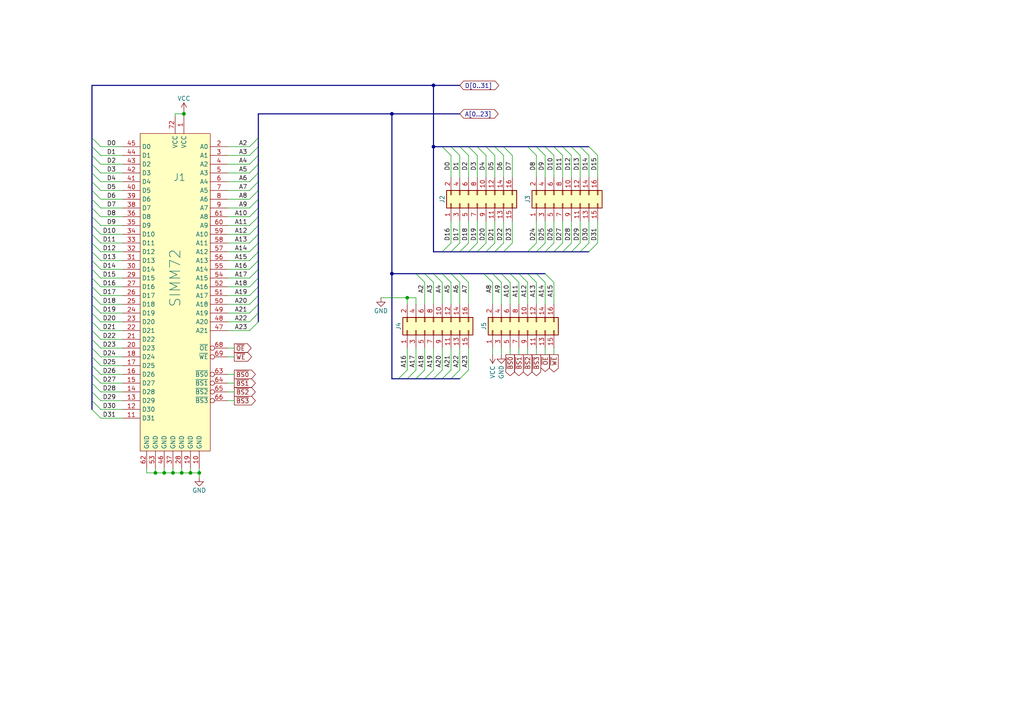
<source format=kicad_sch>
(kicad_sch (version 20230121) (generator eeschema)
  (paper "A4")
  (title_block (title "Raven SIMM breakout") (date "2023") (rev "A0") (company "Licensed under CERN-OHL-P v2") (comment 1 "Anders Granlund") (comment 4 "PCB depth : 1.2mm"))
  (lib_symbols
    (symbol "68k:SIMM72-Raven"
      (property "Reference" "J" (at 0 29.21 0))
      (property "Value" "SIMM72" (at 1.27 0 90))
      (symbol "SIMM72-Raven_1_1"
        (rectangle (start -8.89 41.91) (end 11.43 -50.165) (fill (type background)))
        (pin power_in line (at -1.27 46.99 270) (length 5.08) (name "VCC") (number "1"))
        (pin power_in line (at -5.715 -55.245 90) (length 5.08) (name "GND") (number "10"))
        (pin bidirectional line (at 16.51 -40.64 180) (length 5.08) (name "D31") (number "11"))
        (pin bidirectional line (at 16.51 -38.1 180) (length 5.08) (name "D30") (number "12"))
        (pin bidirectional line (at 16.51 -35.56 180) (length 5.08) (name "D29") (number "13"))
        (pin bidirectional line (at 16.51 -33.02 180) (length 5.08) (name "D28") (number "14"))
        (pin bidirectional line (at 16.51 -30.48 180) (length 5.08) (name "D27") (number "15"))
        (pin bidirectional line (at 16.51 -27.94 180) (length 5.08) (name "D26") (number "16"))
        (pin bidirectional line (at 16.51 -25.4 180) (length 5.08) (name "D25") (number "17"))
        (pin bidirectional line (at 16.51 -22.86 180) (length 5.08) (name "D24") (number "18"))
        (pin power_in line (at -3.175 -55.245 90) (length 5.08) (name "GND") (number "19"))
        (pin input line (at -13.97 38.1 0) (length 5.08) (name "A0") (number "2"))
        (pin bidirectional line (at 16.51 -20.32 180) (length 5.08) (name "D23") (number "20"))
        (pin bidirectional line (at 16.51 -17.78 180) (length 5.08) (name "D22") (number "21"))
        (pin bidirectional line (at 16.51 -15.24 180) (length 5.08) (name "D21") (number "22"))
        (pin bidirectional line (at 16.51 -12.7 180) (length 5.08) (name "D20") (number "23"))
        (pin bidirectional line (at 16.51 -10.16 180) (length 5.08) (name "D19") (number "24"))
        (pin bidirectional line (at 16.51 -7.62 180) (length 5.08) (name "D18") (number "25"))
        (pin bidirectional line (at 16.51 -5.08 180) (length 5.08) (name "D17") (number "26"))
        (pin bidirectional line (at 16.51 -2.54 180) (length 5.08) (name "D16") (number "27"))
        (pin power_in line (at -0.635 -55.245 90) (length 5.08) (name "GND") (number "28"))
        (pin bidirectional line (at 16.51 0 180) (length 5.08) (name "D15") (number "29"))
        (pin input line (at -13.97 35.56 0) (length 5.08) (name "A1") (number "3"))
        (pin bidirectional line (at 16.51 2.54 180) (length 5.08) (name "D14") (number "30"))
        (pin bidirectional line (at 16.51 5.08 180) (length 5.08) (name "D13") (number "31"))
        (pin bidirectional line (at 16.51 7.62 180) (length 5.08) (name "D12") (number "32"))
        (pin bidirectional line (at 16.51 10.16 180) (length 5.08) (name "D11") (number "33"))
        (pin bidirectional line (at 16.51 12.7 180) (length 5.08) (name "D10") (number "34"))
        (pin bidirectional line (at 16.51 15.24 180) (length 5.08) (name "D9") (number "35"))
        (pin bidirectional line (at 16.51 17.78 180) (length 5.08) (name "D8") (number "36"))
        (pin power_in line (at 1.905 -55.245 90) (length 5.08) (name "GND") (number "37"))
        (pin bidirectional line (at 16.51 20.32 180) (length 5.08) (name "D7") (number "38"))
        (pin bidirectional line (at 16.51 22.86 180) (length 5.08) (name "D6") (number "39"))
        (pin input line (at -13.97 33.02 0) (length 5.08) (name "A2") (number "4"))
        (pin bidirectional line (at 16.51 25.4 180) (length 5.08) (name "D5") (number "40"))
        (pin bidirectional line (at 16.51 27.94 180) (length 5.08) (name "D4") (number "41"))
        (pin bidirectional line (at 16.51 30.48 180) (length 5.08) (name "D3") (number "42"))
        (pin bidirectional line (at 16.51 33.02 180) (length 5.08) (name "D2") (number "43"))
        (pin bidirectional line (at 16.51 35.56 180) (length 5.08) (name "D1") (number "44"))
        (pin bidirectional line (at 16.51 38.1 180) (length 5.08) (name "D0") (number "45"))
        (pin power_in line (at 4.445 -55.245 90) (length 5.08) (name "GND") (number "46"))
        (pin input line (at -13.97 -15.24 0) (length 5.08) (name "A21") (number "47"))
        (pin input line (at -13.97 -12.7 0) (length 5.08) (name "A20") (number "48"))
        (pin input line (at -13.97 -10.16 0) (length 5.08) (name "A19") (number "49"))
        (pin input line (at -13.97 30.48 0) (length 5.08) (name "A3") (number "5"))
        (pin input line (at -13.97 -7.62 0) (length 5.08) (name "A18") (number "50"))
        (pin input line (at -13.97 -5.08 0) (length 5.08) (name "A17") (number "51"))
        (pin input line (at -13.97 -2.54 0) (length 5.08) (name "A16") (number "52"))
        (pin power_in line (at 6.985 -55.245 90) (length 5.08) (name "GND") (number "53"))
        (pin input line (at -13.97 0 0) (length 5.08) (name "A15") (number "54"))
        (pin input line (at -13.97 2.54 0) (length 5.08) (name "A14") (number "55"))
        (pin input line (at -13.97 5.08 0) (length 5.08) (name "A13") (number "56"))
        (pin input line (at -13.97 7.62 0) (length 5.08) (name "A12") (number "57"))
        (pin input line (at -13.97 10.16 0) (length 5.08) (name "A11") (number "58"))
        (pin input line (at -13.97 12.7 0) (length 5.08) (name "A10") (number "59"))
        (pin input line (at -13.97 27.94 0) (length 5.08) (name "A4") (number "6"))
        (pin input line (at -13.97 15.24 0) (length 5.08) (name "A9") (number "60"))
        (pin input line (at -13.97 17.78 0) (length 5.08) (name "A8") (number "61"))
        (pin power_in line (at 9.525 -55.245 90) (length 5.08) (name "GND") (number "62"))
        (pin input inverted (at -13.97 -27.94 0) (length 5.08) (name "~{BS0}") (number "63"))
        (pin input inverted (at -13.97 -30.48 0) (length 5.08) (name "~{BS1}") (number "64"))
        (pin input inverted (at -13.97 -33.02 0) (length 5.08) (name "~{BS2}") (number "65"))
        (pin input inverted (at -13.97 -35.56 0) (length 5.08) (name "~{BS3}") (number "66"))
        (pin no_connect inverted (at -8.89 -39.37 180) (length 5.08) hide (name "nc") (number "67"))
        (pin input inverted (at -13.97 -20.32 0) (length 5.08) (name "~{OE}") (number "68"))
        (pin input inverted (at -13.97 -22.86 0) (length 5.08) (name "~{WE}") (number "69"))
        (pin input line (at -13.97 25.4 0) (length 5.08) (name "A5") (number "7"))
        (pin no_connect line (at -8.89 -41.91 180) (length 5.08) hide (name "nc") (number "70"))
        (pin no_connect line (at -8.89 -44.45 180) (length 5.08) hide (name "nc") (number "71"))
        (pin power_in line (at 1.27 46.99 270) (length 5.08) (name "VCC") (number "72"))
        (pin input line (at -13.97 22.86 0) (length 5.08) (name "A6") (number "8"))
        (pin input line (at -13.97 20.32 0) (length 5.08) (name "A7") (number "9"))
      )
    )
    (symbol "Connector_Generic:Conn_02x08_Odd_Even" (pin_names (offset 1.016) hide)
      (property "Reference" "J" (at 1.27 10.16 0))
      (property "Value" "Conn_02x08_Odd_Even" (at 1.27 -12.7 0))
      (symbol "Conn_02x08_Odd_Even_1_1"
        (rectangle (start -1.27 -10.033) (end 0 -10.287) (stroke (width 0.1524)))
        (rectangle (start -1.27 -7.493) (end 0 -7.747) (stroke (width 0.1524)))
        (rectangle (start -1.27 -4.953) (end 0 -5.207) (stroke (width 0.1524)))
        (rectangle (start -1.27 -2.413) (end 0 -2.667) (stroke (width 0.1524)))
        (rectangle (start -1.27 0.127) (end 0 -0.127) (stroke (width 0.1524)))
        (rectangle (start -1.27 2.667) (end 0 2.413) (stroke (width 0.1524)))
        (rectangle (start -1.27 5.207) (end 0 4.953) (stroke (width 0.1524)))
        (rectangle (start -1.27 7.747) (end 0 7.493) (stroke (width 0.1524)))
        (rectangle (start -1.27 8.89) (end 3.81 -11.43) (stroke (width 0.254)) (fill (type background)))
        (rectangle (start 3.81 -10.033) (end 2.54 -10.287) (stroke (width 0.1524)))
        (rectangle (start 3.81 -7.493) (end 2.54 -7.747) (stroke (width 0.1524)))
        (rectangle (start 3.81 -4.953) (end 2.54 -5.207) (stroke (width 0.1524)))
        (rectangle (start 3.81 -2.413) (end 2.54 -2.667) (stroke (width 0.1524)))
        (rectangle (start 3.81 0.127) (end 2.54 -0.127) (stroke (width 0.1524)))
        (rectangle (start 3.81 2.667) (end 2.54 2.413) (stroke (width 0.1524)))
        (rectangle (start 3.81 5.207) (end 2.54 4.953) (stroke (width 0.1524)))
        (rectangle (start 3.81 7.747) (end 2.54 7.493) (stroke (width 0.1524)))
        (pin passive line (at -5.08 7.62 0) (length 3.81) (name "Pin_1") (number "1"))
        (pin passive line (at 7.62 -2.54 180) (length 3.81) (name "Pin_10") (number "10"))
        (pin passive line (at -5.08 -5.08 0) (length 3.81) (name "Pin_11") (number "11"))
        (pin passive line (at 7.62 -5.08 180) (length 3.81) (name "Pin_12") (number "12"))
        (pin passive line (at -5.08 -7.62 0) (length 3.81) (name "Pin_13") (number "13"))
        (pin passive line (at 7.62 -7.62 180) (length 3.81) (name "Pin_14") (number "14"))
        (pin passive line (at -5.08 -10.16 0) (length 3.81) (name "Pin_15") (number "15"))
        (pin passive line (at 7.62 -10.16 180) (length 3.81) (name "Pin_16") (number "16"))
        (pin passive line (at 7.62 7.62 180) (length 3.81) (name "Pin_2") (number "2"))
        (pin passive line (at -5.08 5.08 0) (length 3.81) (name "Pin_3") (number "3"))
        (pin passive line (at 7.62 5.08 180) (length 3.81) (name "Pin_4") (number "4"))
        (pin passive line (at -5.08 2.54 0) (length 3.81) (name "Pin_5") (number "5"))
        (pin passive line (at 7.62 2.54 180) (length 3.81) (name "Pin_6") (number "6"))
        (pin passive line (at -5.08 0 0) (length 3.81) (name "Pin_7") (number "7"))
        (pin passive line (at 7.62 0 180) (length 3.81) (name "Pin_8") (number "8"))
        (pin passive line (at -5.08 -2.54 0) (length 3.81) (name "Pin_9") (number "9"))
      )
    )
    (symbol "power:GND" (power) (pin_names (offset 0))
      (property "Value" "GND" (at 0 -3.81 0))
      (symbol "GND_0_1"
        (polyline (pts (xy 0 0) (xy 0 -1.27) (xy 1.27 -1.27) (xy 0 -2.54) (xy -1.27 -1.27) (xy 0 -1.27)))
      )
      (symbol "GND_1_1"
        (pin power_in line (at 0 0 270) (length 0) hide (name "GND") (number "1"))
      )
    )
    (symbol "power:VCC" (power) (pin_names (offset 0))
      (property "Value" "VCC" (at 0 3.81 0))
      (symbol "VCC_0_1"
        (polyline (pts (xy -0.762 1.27) (xy 0 2.54)))
        (polyline (pts (xy 0 0) (xy 0 2.54)))
        (polyline (pts (xy 0 2.54) (xy 0.762 1.27)))
      )
      (symbol "VCC_1_1"
        (pin power_in line (at 0 0 90) (length 0) hide (name "VCC") (number "1"))
      )
    )
  )
  (junction (at 55.245 137.16))
  (junction (at 45.085 137.16))
  (junction (at 113.665 33.02))
  (junction (at 47.625 137.16))
  (junction (at 125.73 24.765))
  (junction (at 50.165 137.16))
  (junction (at 118.11 86.36))
  (junction (at 57.785 137.16))
  (junction (at 52.705 137.16))
  (junction (at 113.665 79.375))
  (junction (at 53.34 33.02))
  (junction (at 125.73 42.545))
  (bus_entry (at 155.575 79.375) (size 2.54 2.54))
  (bus_entry (at 158.115 73.025) (size 2.54 -2.54))
  (bus_entry (at 147.955 79.375) (size 2.54 2.54))
  (bus_entry (at 128.27 79.375) (size 2.54 2.54))
  (bus_entry (at 26.67 111.125) (size 2.54 2.54))
  (bus_entry (at 115.57 109.855) (size 2.54 -2.54))
  (bus_entry (at 26.67 93.345) (size 2.54 2.54))
  (bus_entry (at 26.67 62.865) (size 2.54 2.54))
  (bus_entry (at 26.67 52.705) (size 2.54 2.54))
  (bus_entry (at 140.335 79.375) (size 2.54 2.54))
  (bus_entry (at 74.93 75.565) (size -2.54 2.54))
  (bus_entry (at 26.67 83.185) (size 2.54 2.54))
  (bus_entry (at 140.97 42.545) (size 2.54 2.54))
  (bus_entry (at 140.97 73.025) (size 2.54 -2.54))
  (bus_entry (at 26.67 67.945) (size 2.54 2.54))
  (bus_entry (at 123.19 79.375) (size 2.54 2.54))
  (bus_entry (at 26.67 85.725) (size 2.54 2.54))
  (bus_entry (at 26.67 42.545) (size 2.54 2.54))
  (bus_entry (at 74.93 62.865) (size -2.54 2.54))
  (bus_entry (at 26.67 103.505) (size 2.54 2.54))
  (bus_entry (at 168.275 73.025) (size 2.54 -2.54))
  (bus_entry (at 170.815 73.025) (size 2.54 -2.54))
  (bus_entry (at 123.19 109.855) (size 2.54 -2.54))
  (bus_entry (at 26.67 116.205) (size 2.54 2.54))
  (bus_entry (at 74.93 50.165) (size -2.54 2.54))
  (bus_entry (at 120.65 109.855) (size 2.54 -2.54))
  (bus_entry (at 142.875 79.375) (size 2.54 2.54))
  (bus_entry (at 74.93 85.725) (size -2.54 2.54))
  (bus_entry (at 26.67 55.245) (size 2.54 2.54))
  (bus_entry (at 26.67 78.105) (size 2.54 2.54))
  (bus_entry (at 133.35 79.375) (size 2.54 2.54))
  (bus_entry (at 74.93 90.805) (size -2.54 2.54))
  (bus_entry (at 133.35 109.855) (size 2.54 -2.54))
  (bus_entry (at 74.93 47.625) (size -2.54 2.54))
  (bus_entry (at 128.27 42.545) (size 2.54 2.54))
  (bus_entry (at 26.67 70.485) (size 2.54 2.54))
  (bus_entry (at 153.035 73.025) (size 2.54 -2.54))
  (bus_entry (at 135.89 73.025) (size 2.54 -2.54))
  (bus_entry (at 146.05 42.545) (size 2.54 2.54))
  (bus_entry (at 165.735 42.545) (size 2.54 2.54))
  (bus_entry (at 130.81 109.855) (size 2.54 -2.54))
  (bus_entry (at 125.73 79.375) (size 2.54 2.54))
  (bus_entry (at 145.415 79.375) (size 2.54 2.54))
  (bus_entry (at 74.93 55.245) (size -2.54 2.54))
  (bus_entry (at 170.815 42.545) (size 2.54 2.54))
  (bus_entry (at 74.93 73.025) (size -2.54 2.54))
  (bus_entry (at 26.67 60.325) (size 2.54 2.54))
  (bus_entry (at 163.195 42.545) (size 2.54 2.54))
  (bus_entry (at 26.67 98.425) (size 2.54 2.54))
  (bus_entry (at 160.655 73.025) (size 2.54 -2.54))
  (bus_entry (at 138.43 42.545) (size 2.54 2.54))
  (bus_entry (at 153.035 42.545) (size 2.54 2.54))
  (bus_entry (at 74.93 67.945) (size -2.54 2.54))
  (bus_entry (at 135.89 42.545) (size 2.54 2.54))
  (bus_entry (at 74.93 88.265) (size -2.54 2.54))
  (bus_entry (at 74.93 60.325) (size -2.54 2.54))
  (bus_entry (at 150.495 79.375) (size 2.54 2.54))
  (bus_entry (at 26.67 100.965) (size 2.54 2.54))
  (bus_entry (at 74.93 78.105) (size -2.54 2.54))
  (bus_entry (at 26.67 90.805) (size 2.54 2.54))
  (bus_entry (at 165.735 73.025) (size 2.54 -2.54))
  (bus_entry (at 130.81 42.545) (size 2.54 2.54))
  (bus_entry (at 146.05 73.025) (size 2.54 -2.54))
  (bus_entry (at 120.65 79.375) (size 2.54 2.54))
  (bus_entry (at 26.67 45.085) (size 2.54 2.54))
  (bus_entry (at 26.67 57.785) (size 2.54 2.54))
  (bus_entry (at 128.27 73.025) (size 2.54 -2.54))
  (bus_entry (at 26.67 106.045) (size 2.54 2.54))
  (bus_entry (at 143.51 73.025) (size 2.54 -2.54))
  (bus_entry (at 153.035 79.375) (size 2.54 2.54))
  (bus_entry (at 26.67 47.625) (size 2.54 2.54))
  (bus_entry (at 74.93 57.785) (size -2.54 2.54))
  (bus_entry (at 26.67 95.885) (size 2.54 2.54))
  (bus_entry (at 155.575 73.025) (size 2.54 -2.54))
  (bus_entry (at 26.67 50.165) (size 2.54 2.54))
  (bus_entry (at 133.35 42.545) (size 2.54 2.54))
  (bus_entry (at 130.81 79.375) (size 2.54 2.54))
  (bus_entry (at 125.73 109.855) (size 2.54 -2.54))
  (bus_entry (at 168.275 42.545) (size 2.54 2.54))
  (bus_entry (at 26.67 40.005) (size 2.54 2.54))
  (bus_entry (at 158.115 42.545) (size 2.54 2.54))
  (bus_entry (at 118.11 109.855) (size 2.54 -2.54))
  (bus_entry (at 26.67 65.405) (size 2.54 2.54))
  (bus_entry (at 26.67 88.265) (size 2.54 2.54))
  (bus_entry (at 160.655 42.545) (size 2.54 2.54))
  (bus_entry (at 133.35 73.025) (size 2.54 -2.54))
  (bus_entry (at 155.575 42.545) (size 2.54 2.54))
  (bus_entry (at 26.67 80.645) (size 2.54 2.54))
  (bus_entry (at 74.93 70.485) (size -2.54 2.54))
  (bus_entry (at 74.93 45.085) (size -2.54 2.54))
  (bus_entry (at 158.115 79.375) (size 2.54 2.54))
  (bus_entry (at 74.93 52.705) (size -2.54 2.54))
  (bus_entry (at 163.195 73.025) (size 2.54 -2.54))
  (bus_entry (at 74.93 80.645) (size -2.54 2.54))
  (bus_entry (at 128.27 109.855) (size 2.54 -2.54))
  (bus_entry (at 26.67 73.025) (size 2.54 2.54))
  (bus_entry (at 74.93 40.005) (size -2.54 2.54))
  (bus_entry (at 74.93 65.405) (size -2.54 2.54))
  (bus_entry (at 26.67 75.565) (size 2.54 2.54))
  (bus_entry (at 74.93 93.345) (size -2.54 2.54))
  (bus_entry (at 26.67 108.585) (size 2.54 2.54))
  (bus_entry (at 26.67 113.665) (size 2.54 2.54))
  (bus_entry (at 26.67 118.745) (size 2.54 2.54))
  (bus_entry (at 138.43 73.025) (size 2.54 -2.54))
  (bus_entry (at 130.81 73.025) (size 2.54 -2.54))
  (bus_entry (at 74.93 42.545) (size -2.54 2.54))
  (bus_entry (at 143.51 42.545) (size 2.54 2.54))
  (bus_entry (at 74.93 83.185) (size -2.54 2.54))
  (wire (pts (xy 160.655 100.965) (xy 160.655 102.87)))
  (wire (pts (xy 125.73 81.915) (xy 125.73 88.265)))
  (wire (pts (xy 72.39 67.945) (xy 66.04 67.945)))
  (wire (pts (xy 72.39 60.325) (xy 66.04 60.325)))
  (bus (pts (xy 125.73 109.855) (xy 123.19 109.855)))
  (bus (pts (xy 74.93 93.345) (xy 74.93 90.805)))
  (wire (pts (xy 66.04 113.665) (xy 67.945 113.665)))
  (wire (pts (xy 150.495 81.915) (xy 150.495 88.265)))
  (bus (pts (xy 140.97 42.545) (xy 138.43 42.545)))
  (bus (pts (xy 158.115 42.545) (xy 155.575 42.545)))
  (wire (pts (xy 130.81 51.435) (xy 130.81 45.085)))
  (wire (pts (xy 110.49 86.36) (xy 118.11 86.36)))
  (wire (pts (xy 147.955 81.915) (xy 147.955 88.265)))
  (wire (pts (xy 47.625 135.89) (xy 47.625 137.16)))
  (wire (pts (xy 168.275 51.435) (xy 168.275 45.085)))
  (bus (pts (xy 26.67 93.345) (xy 26.67 90.805)))
  (wire (pts (xy 53.34 33.02) (xy 53.34 33.655)))
  (wire (pts (xy 133.35 107.315) (xy 133.35 100.965)))
  (wire (pts (xy 146.05 51.435) (xy 146.05 45.085)))
  (bus (pts (xy 128.27 109.855) (xy 125.73 109.855)))
  (bus (pts (xy 123.19 109.855) (xy 120.65 109.855)))
  (wire (pts (xy 66.04 103.505) (xy 67.945 103.505)))
  (wire (pts (xy 118.11 107.315) (xy 118.11 100.965)))
  (bus (pts (xy 26.67 67.945) (xy 26.67 65.405)))
  (wire (pts (xy 150.495 100.965) (xy 150.495 102.87)))
  (wire (pts (xy 35.56 60.325) (xy 29.21 60.325)))
  (bus (pts (xy 26.67 83.185) (xy 26.67 80.645)))
  (bus (pts (xy 165.735 42.545) (xy 163.195 42.545)))
  (wire (pts (xy 35.56 45.085) (xy 29.21 45.085)))
  (bus (pts (xy 138.43 42.545) (xy 135.89 42.545)))
  (wire (pts (xy 135.89 107.315) (xy 135.89 100.965)))
  (bus (pts (xy 128.27 79.375) (xy 125.73 79.375)))
  (bus (pts (xy 113.665 109.855) (xy 113.665 79.375)))
  (wire (pts (xy 66.04 116.205) (xy 67.945 116.205)))
  (bus (pts (xy 113.665 33.02) (xy 133.35 33.02)))
  (bus (pts (xy 74.93 80.645) (xy 74.93 78.105)))
  (bus (pts (xy 74.93 62.865) (xy 74.93 60.325)))
  (wire (pts (xy 72.39 83.185) (xy 66.04 83.185)))
  (bus (pts (xy 74.93 75.565) (xy 74.93 73.025)))
  (wire (pts (xy 35.56 93.345) (xy 29.21 93.345)))
  (bus (pts (xy 155.575 73.025) (xy 153.035 73.025)))
  (wire (pts (xy 35.56 111.125) (xy 29.21 111.125)))
  (wire (pts (xy 42.545 137.16) (xy 45.085 137.16)))
  (wire (pts (xy 72.39 85.725) (xy 66.04 85.725)))
  (wire (pts (xy 72.39 75.565) (xy 66.04 75.565)))
  (wire (pts (xy 72.39 45.085) (xy 66.04 45.085)))
  (wire (pts (xy 50.8 33.02) (xy 50.8 33.655)))
  (wire (pts (xy 133.35 51.435) (xy 133.35 45.085)))
  (wire (pts (xy 163.195 64.135) (xy 163.195 70.485)))
  (bus (pts (xy 135.89 73.025) (xy 133.35 73.025)))
  (bus (pts (xy 74.93 83.185) (xy 74.93 80.645)))
  (bus (pts (xy 74.93 85.725) (xy 74.93 83.185)))
  (bus (pts (xy 130.81 42.545) (xy 128.27 42.545)))
  (wire (pts (xy 50.8 33.02) (xy 53.34 33.02)))
  (wire (pts (xy 130.81 81.915) (xy 130.81 88.265)))
  (bus (pts (xy 26.67 90.805) (xy 26.67 88.265)))
  (bus (pts (xy 125.73 24.765) (xy 133.35 24.765)))
  (wire (pts (xy 57.785 137.16) (xy 57.785 138.43)))
  (wire (pts (xy 50.165 137.16) (xy 52.705 137.16)))
  (wire (pts (xy 125.73 107.315) (xy 125.73 100.965)))
  (wire (pts (xy 160.655 64.135) (xy 160.655 70.485)))
  (bus (pts (xy 26.67 52.705) (xy 26.67 50.165)))
  (bus (pts (xy 133.35 73.025) (xy 130.81 73.025)))
  (wire (pts (xy 145.415 81.915) (xy 145.415 88.265)))
  (wire (pts (xy 66.04 111.125) (xy 67.945 111.125)))
  (bus (pts (xy 118.11 109.855) (xy 115.57 109.855)))
  (bus (pts (xy 26.67 80.645) (xy 26.67 78.105)))
  (bus (pts (xy 153.035 79.375) (xy 150.495 79.375)))
  (wire (pts (xy 52.705 137.16) (xy 55.245 137.16)))
  (wire (pts (xy 155.575 81.915) (xy 155.575 88.265)))
  (bus (pts (xy 26.67 73.025) (xy 26.67 70.485)))
  (wire (pts (xy 165.735 64.135) (xy 165.735 70.485)))
  (wire (pts (xy 35.56 42.545) (xy 29.21 42.545)))
  (bus (pts (xy 26.67 108.585) (xy 26.67 106.045)))
  (wire (pts (xy 35.56 106.045) (xy 29.21 106.045)))
  (bus (pts (xy 163.195 73.025) (xy 160.655 73.025)))
  (bus (pts (xy 150.495 79.375) (xy 147.955 79.375)))
  (wire (pts (xy 145.415 100.965) (xy 145.415 102.87)))
  (bus (pts (xy 26.67 70.485) (xy 26.67 67.945)))
  (bus (pts (xy 26.67 45.085) (xy 26.67 42.545)))
  (wire (pts (xy 155.575 51.435) (xy 155.575 45.085)))
  (wire (pts (xy 35.56 55.245) (xy 29.21 55.245)))
  (bus (pts (xy 74.93 57.785) (xy 74.93 55.245)))
  (wire (pts (xy 168.275 64.135) (xy 168.275 70.485)))
  (wire (pts (xy 72.39 52.705) (xy 66.04 52.705)))
  (wire (pts (xy 140.97 64.135) (xy 140.97 70.485)))
  (bus (pts (xy 74.93 50.165) (xy 74.93 47.625)))
  (wire (pts (xy 35.56 98.425) (xy 29.21 98.425)))
  (bus (pts (xy 123.19 79.375) (xy 120.65 79.375)))
  (bus (pts (xy 74.93 42.545) (xy 74.93 40.005)))
  (bus (pts (xy 155.575 42.545) (xy 153.035 42.545)))
  (bus (pts (xy 26.67 106.045) (xy 26.67 103.505)))
  (bus (pts (xy 146.05 73.025) (xy 153.035 73.025)))
  (bus (pts (xy 168.275 73.025) (xy 165.735 73.025)))
  (wire (pts (xy 47.625 137.16) (xy 50.165 137.16)))
  (bus (pts (xy 74.93 90.805) (xy 74.93 88.265)))
  (wire (pts (xy 72.39 50.165) (xy 66.04 50.165)))
  (bus (pts (xy 143.51 42.545) (xy 140.97 42.545)))
  (wire (pts (xy 72.39 57.785) (xy 66.04 57.785)))
  (wire (pts (xy 72.39 80.645) (xy 66.04 80.645)))
  (wire (pts (xy 123.19 81.915) (xy 123.19 88.265)))
  (wire (pts (xy 160.655 51.435) (xy 160.655 45.085)))
  (bus (pts (xy 145.415 79.375) (xy 142.875 79.375)))
  (wire (pts (xy 173.355 64.135) (xy 173.355 70.485)))
  (bus (pts (xy 26.67 103.505) (xy 26.67 100.965)))
  (wire (pts (xy 35.56 78.105) (xy 29.21 78.105)))
  (bus (pts (xy 26.67 42.545) (xy 26.67 40.005)))
  (wire (pts (xy 42.545 135.89) (xy 42.545 137.16)))
  (wire (pts (xy 35.56 52.705) (xy 29.21 52.705)))
  (wire (pts (xy 35.56 73.025) (xy 29.21 73.025)))
  (bus (pts (xy 26.67 78.105) (xy 26.67 75.565)))
  (wire (pts (xy 72.39 62.865) (xy 66.04 62.865)))
  (wire (pts (xy 35.56 88.265) (xy 29.21 88.265)))
  (bus (pts (xy 133.35 109.855) (xy 130.81 109.855)))
  (wire (pts (xy 35.56 116.205) (xy 29.21 116.205)))
  (bus (pts (xy 130.81 73.025) (xy 128.27 73.025)))
  (bus (pts (xy 74.93 78.105) (xy 74.93 75.565)))
  (wire (pts (xy 35.56 90.805) (xy 29.21 90.805)))
  (bus (pts (xy 165.735 73.025) (xy 163.195 73.025)))
  (wire (pts (xy 35.56 67.945) (xy 29.21 67.945)))
  (wire (pts (xy 130.81 107.315) (xy 130.81 100.965)))
  (bus (pts (xy 74.93 73.025) (xy 74.93 70.485)))
  (wire (pts (xy 35.56 108.585) (xy 29.21 108.585)))
  (bus (pts (xy 26.67 113.665) (xy 26.67 111.125)))
  (bus (pts (xy 146.05 42.545) (xy 143.51 42.545)))
  (wire (pts (xy 120.65 107.315) (xy 120.65 100.965)))
  (bus (pts (xy 26.67 57.785) (xy 26.67 55.245)))
  (bus (pts (xy 128.27 73.025) (xy 125.73 73.025)))
  (bus (pts (xy 26.67 65.405) (xy 26.67 62.865)))
  (bus (pts (xy 26.67 24.765) (xy 26.67 40.005)))
  (wire (pts (xy 130.81 64.135) (xy 130.81 70.485)))
  (wire (pts (xy 135.89 51.435) (xy 135.89 45.085)))
  (wire (pts (xy 66.04 108.585) (xy 67.945 108.585)))
  (bus (pts (xy 26.67 60.325) (xy 26.67 57.785)))
  (bus (pts (xy 163.195 42.545) (xy 160.655 42.545)))
  (wire (pts (xy 148.59 64.135) (xy 148.59 70.485)))
  (wire (pts (xy 133.35 64.135) (xy 133.35 70.485)))
  (wire (pts (xy 35.56 100.965) (xy 29.21 100.965)))
  (bus (pts (xy 74.93 60.325) (xy 74.93 57.785)))
  (wire (pts (xy 45.085 135.89) (xy 45.085 137.16)))
  (wire (pts (xy 35.56 83.185) (xy 29.21 83.185)))
  (wire (pts (xy 143.51 64.135) (xy 143.51 70.485)))
  (bus (pts (xy 170.815 73.025) (xy 168.275 73.025)))
  (wire (pts (xy 148.59 51.435) (xy 148.59 45.085)))
  (bus (pts (xy 160.655 73.025) (xy 158.115 73.025)))
  (wire (pts (xy 143.51 51.435) (xy 143.51 45.085)))
  (wire (pts (xy 158.115 100.965) (xy 158.115 102.87)))
  (bus (pts (xy 26.67 85.725) (xy 26.67 83.185)))
  (wire (pts (xy 133.35 81.915) (xy 133.35 88.265)))
  (bus (pts (xy 170.815 42.545) (xy 168.275 42.545)))
  (wire (pts (xy 118.11 86.36) (xy 118.11 88.265)))
  (wire (pts (xy 135.89 64.135) (xy 135.89 70.485)))
  (wire (pts (xy 55.245 137.16) (xy 57.785 137.16)))
  (wire (pts (xy 72.39 70.485) (xy 66.04 70.485)))
  (wire (pts (xy 57.785 137.16) (xy 57.785 135.89)))
  (wire (pts (xy 120.65 88.265) (xy 120.65 86.36)))
  (wire (pts (xy 158.115 51.435) (xy 158.115 45.085)))
  (bus (pts (xy 26.67 98.425) (xy 26.67 95.885)))
  (wire (pts (xy 72.39 47.625) (xy 66.04 47.625)))
  (bus (pts (xy 26.67 50.165) (xy 26.67 47.625)))
  (bus (pts (xy 74.93 65.405) (xy 74.93 62.865)))
  (wire (pts (xy 53.34 32.385) (xy 53.34 33.02)))
  (wire (pts (xy 35.56 70.485) (xy 29.21 70.485)))
  (wire (pts (xy 35.56 50.165) (xy 29.21 50.165)))
  (wire (pts (xy 52.705 135.89) (xy 52.705 137.16)))
  (bus (pts (xy 113.665 33.02) (xy 113.665 79.375)))
  (bus (pts (xy 142.875 79.375) (xy 140.335 79.375)))
  (wire (pts (xy 153.035 100.965) (xy 153.035 102.87)))
  (wire (pts (xy 35.56 47.625) (xy 29.21 47.625)))
  (wire (pts (xy 72.39 95.885) (xy 66.04 95.885)))
  (bus (pts (xy 158.115 73.025) (xy 155.575 73.025)))
  (wire (pts (xy 35.56 57.785) (xy 29.21 57.785)))
  (bus (pts (xy 143.51 73.025) (xy 140.97 73.025)))
  (wire (pts (xy 35.56 62.865) (xy 29.21 62.865)))
  (wire (pts (xy 160.655 81.915) (xy 160.655 88.265)))
  (wire (pts (xy 135.89 81.915) (xy 135.89 88.265)))
  (wire (pts (xy 170.815 64.135) (xy 170.815 70.485)))
  (bus (pts (xy 26.67 55.245) (xy 26.67 52.705)))
  (bus (pts (xy 26.67 75.565) (xy 26.67 73.025)))
  (bus (pts (xy 138.43 73.025) (xy 135.89 73.025)))
  (bus (pts (xy 74.93 52.705) (xy 74.93 50.165)))
  (wire (pts (xy 163.195 51.435) (xy 163.195 45.085)))
  (bus (pts (xy 125.73 79.375) (xy 123.19 79.375)))
  (bus (pts (xy 133.35 79.375) (xy 130.81 79.375)))
  (wire (pts (xy 165.735 51.435) (xy 165.735 45.085)))
  (bus (pts (xy 160.655 42.545) (xy 158.115 42.545)))
  (bus (pts (xy 74.93 45.085) (xy 74.93 42.545)))
  (bus (pts (xy 147.955 79.375) (xy 145.415 79.375)))
  (wire (pts (xy 35.56 65.405) (xy 29.21 65.405)))
  (bus (pts (xy 26.67 88.265) (xy 26.67 85.725)))
  (wire (pts (xy 35.56 80.645) (xy 29.21 80.645)))
  (wire (pts (xy 72.39 55.245) (xy 66.04 55.245)))
  (bus (pts (xy 133.35 42.545) (xy 130.81 42.545)))
  (bus (pts (xy 130.81 79.375) (xy 128.27 79.375)))
  (bus (pts (xy 74.93 55.245) (xy 74.93 52.705)))
  (bus (pts (xy 125.73 24.765) (xy 125.73 42.545)))
  (wire (pts (xy 155.575 64.135) (xy 155.575 70.485)))
  (wire (pts (xy 55.245 135.89) (xy 55.245 137.16)))
  (wire (pts (xy 158.115 81.915) (xy 158.115 88.265)))
  (bus (pts (xy 125.73 73.025) (xy 125.73 42.545)))
  (bus (pts (xy 26.67 62.865) (xy 26.67 60.325)))
  (bus (pts (xy 158.115 79.375) (xy 155.575 79.375)))
  (wire (pts (xy 35.56 85.725) (xy 29.21 85.725)))
  (bus (pts (xy 26.67 116.205) (xy 26.67 113.665)))
  (bus (pts (xy 168.275 42.545) (xy 165.735 42.545)))
  (bus (pts (xy 155.575 79.375) (xy 153.035 79.375)))
  (wire (pts (xy 123.19 107.315) (xy 123.19 100.965)))
  (wire (pts (xy 128.27 81.915) (xy 128.27 88.265)))
  (wire (pts (xy 142.875 81.915) (xy 142.875 88.265)))
  (bus (pts (xy 74.93 40.005) (xy 74.93 33.02)))
  (wire (pts (xy 140.97 51.435) (xy 140.97 45.085)))
  (wire (pts (xy 35.56 95.885) (xy 29.21 95.885)))
  (bus (pts (xy 26.67 24.765) (xy 125.73 24.765)))
  (wire (pts (xy 35.56 103.505) (xy 29.21 103.505)))
  (wire (pts (xy 147.955 100.965) (xy 147.955 102.87)))
  (bus (pts (xy 26.67 100.965) (xy 26.67 98.425)))
  (wire (pts (xy 72.39 42.545) (xy 66.04 42.545)))
  (wire (pts (xy 35.56 75.565) (xy 29.21 75.565)))
  (bus (pts (xy 133.35 79.375) (xy 140.335 79.375)))
  (bus (pts (xy 74.93 88.265) (xy 74.93 85.725)))
  (wire (pts (xy 118.11 86.36) (xy 120.65 86.36)))
  (wire (pts (xy 35.56 118.745) (xy 29.21 118.745)))
  (wire (pts (xy 35.56 113.665) (xy 29.21 113.665)))
  (bus (pts (xy 125.73 42.545) (xy 128.27 42.545)))
  (wire (pts (xy 50.165 135.89) (xy 50.165 137.16)))
  (wire (pts (xy 72.39 90.805) (xy 66.04 90.805)))
  (bus (pts (xy 26.67 111.125) (xy 26.67 108.585)))
  (bus (pts (xy 74.93 70.485) (xy 74.93 67.945)))
  (wire (pts (xy 142.875 100.965) (xy 142.875 102.87)))
  (bus (pts (xy 74.93 33.02) (xy 113.665 33.02)))
  (wire (pts (xy 72.39 88.265) (xy 66.04 88.265)))
  (bus (pts (xy 74.93 47.625) (xy 74.93 45.085)))
  (bus (pts (xy 115.57 109.855) (xy 113.665 109.855)))
  (bus (pts (xy 146.05 42.545) (xy 153.035 42.545)))
  (wire (pts (xy 138.43 51.435) (xy 138.43 45.085)))
  (wire (pts (xy 173.355 51.435) (xy 173.355 45.085)))
  (bus (pts (xy 135.89 42.545) (xy 133.35 42.545)))
  (wire (pts (xy 153.035 81.915) (xy 153.035 88.265)))
  (wire (pts (xy 72.39 73.025) (xy 66.04 73.025)))
  (bus (pts (xy 146.05 73.025) (xy 143.51 73.025)))
  (wire (pts (xy 158.115 64.135) (xy 158.115 70.485)))
  (wire (pts (xy 138.43 64.135) (xy 138.43 70.485)))
  (bus (pts (xy 120.65 109.855) (xy 118.11 109.855)))
  (bus (pts (xy 130.81 109.855) (xy 128.27 109.855)))
  (bus (pts (xy 26.67 118.745) (xy 26.67 116.205)))
  (wire (pts (xy 170.815 51.435) (xy 170.815 45.085)))
  (wire (pts (xy 72.39 65.405) (xy 66.04 65.405)))
  (wire (pts (xy 66.04 100.965) (xy 67.945 100.965)))
  (wire (pts (xy 45.085 137.16) (xy 47.625 137.16)))
  (wire (pts (xy 155.575 100.965) (xy 155.575 102.87)))
  (wire (pts (xy 35.56 121.285) (xy 29.21 121.285)))
  (wire (pts (xy 72.39 78.105) (xy 66.04 78.105)))
  (bus (pts (xy 74.93 67.945) (xy 74.93 65.405)))
  (bus (pts (xy 140.97 73.025) (xy 138.43 73.025)))
  (wire (pts (xy 146.05 64.135) (xy 146.05 70.485)))
  (wire (pts (xy 72.39 93.345) (xy 66.04 93.345)))
  (wire (pts (xy 128.27 107.315) (xy 128.27 100.965)))
  (bus (pts (xy 26.67 47.625) (xy 26.67 45.085)))
  (bus (pts (xy 113.665 79.375) (xy 120.65 79.375)))
  (bus (pts (xy 26.67 95.885) (xy 26.67 93.345)))
  (label "D19" (at 33.655 90.805 180))
  (label "D2" (at 135.89 49.53 90))
  (label "D22" (at 33.655 98.425 180))
  (label "A11" (at 150.495 82.55 270))
  (label "A14" (at 158.115 82.55 270))
  (label "D14" (at 170.815 49.53 90))
  (label "A15" (at 160.655 82.55 270))
  (label "D7" (at 33.655 60.325 180))
  (label "D29" (at 168.275 66.04 270))
  (label "D6" (at 33.655 57.785 180))
  (label "D0" (at 130.81 49.53 90))
  (label "D18" (at 135.89 66.04 270))
  (label "D13" (at 33.655 75.565 180))
  (label "A11" (at 71.755 65.405 180))
  (label "D1" (at 133.35 49.53 90))
  (label "A6" (at 71.755 52.705 180))
  (label "A9" (at 71.755 60.325 180))
  (label "A18" (at 71.755 83.185 180))
  (label "D26" (at 33.655 108.585 180))
  (label "D3" (at 138.43 49.53 90))
  (label "A7" (at 71.755 55.245 180))
  (label "D28" (at 165.735 66.04 270))
  (label "A5" (at 130.81 82.55 270))
  (label "D25" (at 158.115 66.04 270))
  (label "D26" (at 160.655 66.04 270))
  (label "D16" (at 33.655 83.185 180))
  (label "A20" (at 128.27 106.68 90))
  (label "A13" (at 155.575 82.55 270))
  (label "D24" (at 155.575 66.04 270))
  (label "A19" (at 125.73 106.68 90))
  (label "D20" (at 140.97 66.04 270))
  (label "A6" (at 133.35 82.55 270))
  (label "A4" (at 71.755 47.625 180))
  (label "D21" (at 33.655 95.885 180))
  (label "D12" (at 33.655 73.025 180))
  (label "D28" (at 33.655 113.665 180))
  (label "A8" (at 142.875 82.55 270))
  (label "A8" (at 71.755 57.785 180))
  (label "D8" (at 155.575 49.53 90))
  (label "D23" (at 33.655 100.965 180))
  (label "D4" (at 33.655 52.705 180))
  (label "A19" (at 71.755 85.725 180))
  (label "D30" (at 170.815 66.04 270))
  (label "D8" (at 33.655 62.865 180))
  (label "A23" (at 135.89 106.68 90))
  (label "A22" (at 133.35 106.68 90))
  (label "A10" (at 147.955 82.55 270))
  (label "D11" (at 163.195 49.53 90))
  (label "D11" (at 33.655 70.485 180))
  (label "D15" (at 173.355 49.53 90))
  (label "D10" (at 33.655 67.945 180))
  (label "A22" (at 71.755 93.345 180))
  (label "A18" (at 123.19 106.68 90))
  (label "A3" (at 71.755 45.085 180))
  (label "D13" (at 168.275 49.53 90))
  (label "D10" (at 160.655 49.53 90))
  (label "A4" (at 128.27 82.55 270))
  (label "A2" (at 123.19 82.55 270))
  (label "A17" (at 71.755 80.645 180))
  (label "D9" (at 158.115 49.53 90))
  (label "A21" (at 71.755 90.805 180))
  (label "A7" (at 135.89 82.55 270))
  (label "A12" (at 153.035 82.55 270))
  (label "D3" (at 33.655 50.165 180))
  (label "A17" (at 120.65 106.68 90))
  (label "D20" (at 33.655 93.345 180))
  (label "D18" (at 33.655 88.265 180))
  (label "D12" (at 165.735 49.53 90))
  (label "D2" (at 33.655 47.625 180))
  (label "A13" (at 71.755 70.485 180))
  (label "A3" (at 125.73 82.55 270))
  (label "A14" (at 71.755 73.025 180))
  (label "A10" (at 71.755 62.865 180))
  (label "D22" (at 146.05 66.04 270))
  (label "D17" (at 33.655 85.725 180))
  (label "D19" (at 138.43 66.04 270))
  (label "D4" (at 140.97 49.53 90))
  (label "A16" (at 118.11 106.68 90))
  (label "D14" (at 33.655 78.105 180))
  (label "D31" (at 33.655 121.285 180))
  (label "D27" (at 163.195 66.04 270))
  (label "D7" (at 148.59 49.53 90))
  (label "A9" (at 145.415 82.55 270))
  (label "D9" (at 33.655 65.405 180))
  (label "D6" (at 146.05 49.53 90))
  (label "A5" (at 71.755 50.165 180))
  (label "D23" (at 148.59 66.04 270))
  (label "D29" (at 33.655 116.205 180))
  (label "D21" (at 143.51 66.04 270))
  (label "D1" (at 33.655 45.085 180))
  (label "A21" (at 130.81 106.68 90))
  (label "A12" (at 71.755 67.945 180))
  (label "A23" (at 71.755 95.885 180))
  (label "D15" (at 33.655 80.645 180))
  (label "D17" (at 133.35 66.04 270))
  (label "D30" (at 33.655 118.745 180))
  (label "D24" (at 33.655 103.505 180))
  (label "D5" (at 143.51 49.53 90))
  (label "A16" (at 71.755 78.105 180))
  (label "A20" (at 71.755 88.265 180))
  (label "D16" (at 130.81 66.04 270))
  (label "D31" (at 173.355 66.04 270))
  (label "D0" (at 33.655 42.545 180))
  (label "D27" (at 33.655 111.125 180))
  (label "D5" (at 33.655 55.245 180))
  (label "A2" (at 71.755 42.545 180))
  (label "D25" (at 33.655 106.045 180))
  (label "A15" (at 71.755 75.565 180))
  (global_label "~{BS0}" (shape output) (at 67.945 108.585 0) (property "Intersheetrefs" "${INTERSHEET_REFS}" (effects hide)))
  (global_label "A[0..23]" (shape bidirectional) (at 133.35 33.02 0) (property "Intersheetrefs" "${INTERSHEET_REFS}" (effects hide)))
  (global_label "~{BS1}" (shape output) (at 150.495 102.87 270) (property "Intersheetrefs" "${INTERSHEET_REFS}" (effects hide)))
  (global_label "~{BS3}" (shape output) (at 67.945 116.205 0) (property "Intersheetrefs" "${INTERSHEET_REFS}" (effects hide)))
  (global_label "~{OE}" (shape output) (at 67.945 100.965 0) (property "Intersheetrefs" "${INTERSHEET_REFS}" (effects hide)))
  (global_label "~{WE}" (shape output) (at 67.945 103.505 0) (property "Intersheetrefs" "${INTERSHEET_REFS}" (effects hide)))
  (global_label "~{BS2}" (shape output) (at 153.035 102.87 270) (property "Intersheetrefs" "${INTERSHEET_REFS}" (effects hide)))
  (global_label "D[0..31]" (shape bidirectional) (at 133.35 24.765 0) (property "Intersheetrefs" "${INTERSHEET_REFS}" (effects hide)))
  (global_label "~{BS1}" (shape output) (at 67.945 111.125 0) (property "Intersheetrefs" "${INTERSHEET_REFS}" (effects hide)))
  (global_label "~{WE}" (shape output) (at 160.655 102.87 270) (property "Intersheetrefs" "${INTERSHEET_REFS}" (effects hide)))
  (global_label "~{BS3}" (shape output) (at 155.575 102.87 270) (property "Intersheetrefs" "${INTERSHEET_REFS}" (effects hide)))
  (global_label "~{BS2}" (shape output) (at 67.945 113.665 0) (property "Intersheetrefs" "${INTERSHEET_REFS}" (effects hide)))
  (global_label "~{OE}" (shape output) (at 158.115 102.87 270) (property "Intersheetrefs" "${INTERSHEET_REFS}" (effects hide)))
  (global_label "~{BS0}" (shape output) (at 147.955 102.87 270) (property "Intersheetrefs" "${INTERSHEET_REFS}" (effects hide)))
  (symbol (lib_id "68k:SIMM72-Raven") (at 52.07 80.645 0) (mirror y) (unit 1)
    (property "Reference" "J1" (at 52.07 51.435 0) (effects (font (size 2 2))))
    (property "Value" "SIMM72" (at 50.8 80.645 90) (effects (font (size 3 3))))
    (property "Footprint" "68k:SIMM72_edge" (effects hide))
  )
  (symbol (lib_id "Connector_Generic:Conn_02x08_Odd_Even") (at 138.43 59.055 90) (unit 1)
    (property "Reference" "J2" (at 128.27 57.785 0))
    (property "Value" "Conn_02x08_Row_Letter_Last" (effects hide))
    (property "Footprint" "Connector_PinHeader_2.54mm:PinHeader_2x08_P2.54mm_Vertical" (effects hide))
  )
  (symbol (lib_id "power:GND") (at 145.415 102.87 0) (unit 1)
    (property "Reference" "#PWR04" (effects hide))
    (property "Value" "GND" (at 145.415 107.95 90))
  )
  (symbol (lib_id "power:GND") (at 57.785 138.43 0) (unit 1)
    (property "Reference" "#PWR02" (effects hide))
    (property "Value" "GND" (at 57.785 142.24 0))
  )
  (symbol (lib_id "power:VCC") (at 53.34 32.385 0) (unit 1)
    (property "Reference" "#PWR01" (effects hide))
    (property "Value" "VCC" (at 53.34 28.575 0))
  )
  (symbol (lib_id "Connector_Generic:Conn_02x08_Odd_Even") (at 163.195 59.055 90) (unit 1)
    (property "Reference" "J3" (at 153.035 57.785 0))
    (property "Value" "Conn_02x08_Row_Letter_Last" (effects hide))
    (property "Footprint" "Connector_PinHeader_2.54mm:PinHeader_2x08_P2.54mm_Vertical" (effects hide))
  )
  (symbol (lib_id "Connector_Generic:Conn_02x08_Odd_Even") (at 150.495 95.885 90) (unit 1)
    (property "Reference" "J5" (at 140.335 94.615 0))
    (property "Value" "Conn_02x08_Row_Letter_Last" (effects hide))
    (property "Footprint" "Connector_PinHeader_2.54mm:PinHeader_2x08_P2.54mm_Vertical" (effects hide))
  )
  (symbol (lib_id "power:GND") (at 110.49 86.36 0) (unit 1)
    (property "Reference" "#PWR03" (effects hide))
    (property "Value" "GND" (at 110.49 90.17 0))
  )
  (symbol (lib_id "Connector_Generic:Conn_02x08_Odd_Even") (at 125.73 95.885 90) (unit 1)
    (property "Reference" "J4" (at 115.57 94.615 0))
    (property "Value" "Conn_02x08_Row_Letter_Last" (effects hide))
    (property "Footprint" "Connector_PinHeader_2.54mm:PinHeader_2x08_P2.54mm_Vertical" (effects hide))
  )
  (symbol (lib_id "power:VCC") (at 142.875 102.87 180) (unit 1)
    (property "Reference" "#PWR05" (effects hide))
    (property "Value" "VCC" (at 142.875 107.95 90))
  )
)
</source>
